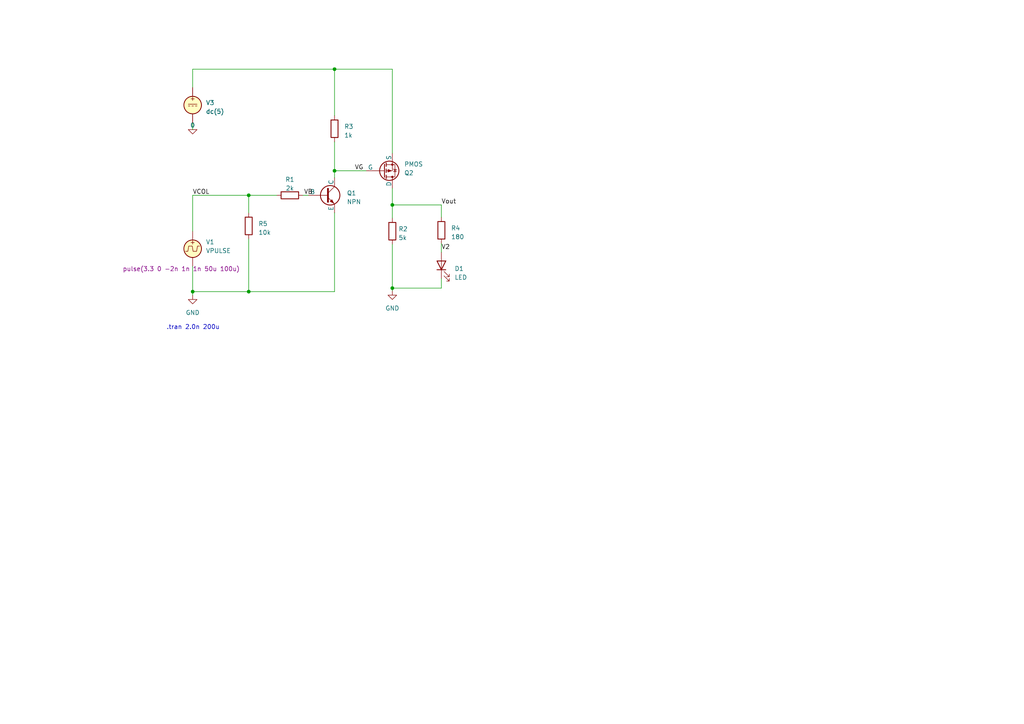
<source format=kicad_sch>
(kicad_sch (version 20230121) (generator eeschema)
  (paper "A4")
  (lib_symbols
    (symbol "Device:LED" (pin_numbers hide) (pin_names (offset 1.016) hide)
      (property "Reference" "D" (at 0 2.54 0))
      (property "Value" "LED" (at 0 -2.54 0))
      (symbol "LED_0_1"
        (polyline (pts (xy -1.27 -1.27) (xy -1.27 1.27)) (stroke (width 0.254)))
        (polyline (pts (xy -1.27 0) (xy 1.27 0)))
        (polyline (pts (xy 1.27 -1.27) (xy 1.27 1.27) (xy -1.27 0) (xy 1.27 -1.27)) (stroke (width 0.254)))
        (polyline (pts (xy -3.048 -0.762) (xy -4.572 -2.286) (xy -3.81 -2.286) (xy -4.572 -2.286) (xy -4.572 -1.524)))
        (polyline (pts (xy -1.778 -0.762) (xy -3.302 -2.286) (xy -2.54 -2.286) (xy -3.302 -2.286) (xy -3.302 -1.524)))
      )
      (symbol "LED_1_1"
        (pin passive line (at -3.81 0 0) (length 2.54) (name "K") (number "1"))
        (pin passive line (at 3.81 0 180) (length 2.54) (name "A") (number "2"))
      )
    )
    (symbol "Device:R" (pin_numbers hide) (pin_names (offset 0))
      (property "Reference" "R" (at 2.032 0 90))
      (property "Value" "R" (at 0 0 90))
      (symbol "R_0_1"
        (rectangle (start -1.016 -2.54) (end 1.016 2.54) (stroke (width 0.254)))
      )
      (symbol "R_1_1"
        (pin passive line (at 0 3.81 270) (length 1.27) (name "~") (number "1"))
        (pin passive line (at 0 -3.81 90) (length 1.27) (name "~") (number "2"))
      )
    )
    (symbol "Simulation_SPICE:0" (power) (pin_names (offset 0))
      (property "Value" "0" (at 0 -1.778 0))
      (symbol "0_0_1"
        (polyline (pts (xy -1.27 0) (xy 0 -1.27) (xy 1.27 0) (xy -1.27 0)))
      )
      (symbol "0_1_1"
        (pin power_in line (at 0 0 0) (length 0) hide (name "0") (number "1"))
      )
    )
    (symbol "Simulation_SPICE:NPN" (pin_numbers hide) (pin_names (offset 0))
      (property "Reference" "Q" (at -2.54 7.62 0))
      (property "Value" "NPN" (at -2.54 5.08 0))
      (symbol "NPN_0_1"
        (polyline (pts (xy -2.54 0) (xy 0.635 0)) (stroke (width 0.1524)))
        (polyline (pts (xy 0.635 0.635) (xy 2.54 2.54)))
        (polyline (pts (xy 2.794 -1.27) (xy 2.794 -1.27)) (stroke (width 0.1524)))
        (polyline (pts (xy 2.794 -1.27) (xy 2.794 -1.27)) (stroke (width 0.1524)))
        (polyline (pts (xy 0.635 -0.635) (xy 2.54 -2.54) (xy 2.54 -2.54)))
        (polyline (pts (xy 0.635 1.905) (xy 0.635 -1.905) (xy 0.635 -1.905)) (stroke (width 0.508)))
        (polyline (pts (xy 1.27 -1.778) (xy 1.778 -1.27) (xy 2.286 -2.286) (xy 1.27 -1.778) (xy 1.27 -1.778)) (fill (type outline)))
        (circle (center 1.27 0) (radius 2.8194) (stroke (width 0.254)))
      )
      (symbol "NPN_1_1"
        (pin open_collector line (at 2.54 5.08 270) (length 2.54) (name "C") (number "1"))
        (pin input line (at -5.08 0 0) (length 2.54) (name "B") (number "2"))
        (pin open_emitter line (at 2.54 -5.08 90) (length 2.54) (name "E") (number "3"))
      )
    )
    (symbol "Simulation_SPICE:PMOS" (pin_numbers hide) (pin_names (offset 0))
      (property "Reference" "Q" (at 5.08 1.27 0))
      (property "Value" "PMOS" (at 5.08 -1.27 0))
      (symbol "PMOS_0_1"
        (polyline (pts (xy 0.254 0) (xy -2.54 0)))
        (polyline (pts (xy 0.254 1.905) (xy 0.254 -1.905)) (stroke (width 0.254)))
        (polyline (pts (xy 0.762 -1.27) (xy 0.762 -2.286)) (stroke (width 0.254)))
        (polyline (pts (xy 0.762 0.508) (xy 0.762 -0.508)) (stroke (width 0.254)))
        (polyline (pts (xy 0.762 2.286) (xy 0.762 1.27)) (stroke (width 0.254)))
        (polyline (pts (xy 2.54 2.54) (xy 2.54 1.778)))
        (polyline (pts (xy 2.54 -2.54) (xy 2.54 0) (xy 0.762 0)))
        (polyline (pts (xy 0.762 1.778) (xy 3.302 1.778) (xy 3.302 -1.778) (xy 0.762 -1.778)))
        (polyline (pts (xy 2.286 0) (xy 1.27 0.381) (xy 1.27 -0.381) (xy 2.286 0)) (fill (type outline)))
        (polyline (pts (xy 2.794 -0.508) (xy 2.921 -0.381) (xy 3.683 -0.381) (xy 3.81 -0.254)))
        (polyline (pts (xy 3.302 -0.381) (xy 2.921 0.254) (xy 3.683 0.254) (xy 3.302 -0.381)))
        (circle (center 1.651 0) (radius 2.794) (stroke (width 0.254)))
        (circle (center 2.54 -1.778) (radius 0.254) (fill (type outline)))
        (circle (center 2.54 1.778) (radius 0.254) (fill (type outline)))
      )
      (symbol "PMOS_1_1"
        (pin passive line (at 2.54 5.08 270) (length 2.54) (name "D") (number "1"))
        (pin input line (at -5.08 0 0) (length 2.54) (name "G") (number "2"))
        (pin passive line (at 2.54 -5.08 90) (length 2.54) (name "S") (number "3"))
      )
    )
    (symbol "Simulation_SPICE:VDC" (pin_numbers hide) (pin_names (offset 0.0254))
      (property "Reference" "V" (at 2.54 2.54 0))
      (property "Value" "1" (at 2.54 0 0))
      (symbol "VDC_0_0"
        (polyline (pts (xy -1.27 0.254) (xy 1.27 0.254)))
        (polyline (pts (xy -0.762 -0.254) (xy -1.27 -0.254)))
        (polyline (pts (xy 0.254 -0.254) (xy -0.254 -0.254)))
        (polyline (pts (xy 1.27 -0.254) (xy 0.762 -0.254)))
        (text "+" (at 0 1.905 0) (effects (font (size 1.27 1.27))))
      )
      (symbol "VDC_0_1"
        (circle (center 0 0) (radius 2.54) (stroke (width 0.254)) (fill (type background)))
      )
      (symbol "VDC_1_1"
        (pin passive line (at 0 5.08 270) (length 2.54) (name "~") (number "1"))
        (pin passive line (at 0 -5.08 90) (length 2.54) (name "~") (number "2"))
      )
    )
    (symbol "Simulation_SPICE:VPULSE" (pin_numbers hide) (pin_names (offset 0.0254))
      (property "Reference" "V" (at 2.54 2.54 0))
      (property "Value" "VPULSE" (at 2.54 0 0))
      (property "Sim.Params" "y1=0 y2=1 td=2n tr=2n tf=2n tw=50n per=100n" (at 2.54 -2.54 0))
      (symbol "VPULSE_0_0"
        (polyline (pts (xy -2.032 -0.762) (xy -1.397 -0.762) (xy -1.143 0.762) (xy -0.127 0.762) (xy 0.127 -0.762) (xy 1.143 -0.762) (xy 1.397 0.762) (xy 2.032 0.762)))
        (text "+" (at 0 1.905 0) (effects (font (size 1.27 1.27))))
      )
      (symbol "VPULSE_0_1"
        (circle (center 0 0) (radius 2.54) (stroke (width 0.254)) (fill (type background)))
      )
      (symbol "VPULSE_1_1"
        (pin passive line (at 0 5.08 270) (length 2.54) (name "~") (number "1"))
        (pin passive line (at 0 -5.08 90) (length 2.54) (name "~") (number "2"))
      )
    )
    (symbol "power:GND" (power) (pin_names (offset 0))
      (property "Value" "GND" (at 0 -3.81 0))
      (symbol "GND_0_1"
        (polyline (pts (xy 0 0) (xy 0 -1.27) (xy 1.27 -1.27) (xy 0 -2.54) (xy -1.27 -1.27) (xy 0 -1.27)))
      )
      (symbol "GND_1_1"
        (pin power_in line (at 0 0 270) (length 0) hide (name "GND") (number "1"))
      )
    )
  )
  (junction (at 113.792 59.436))
  (junction (at 97.028 20.066))
  (junction (at 72.136 56.642))
  (junction (at 113.792 83.566))
  (junction (at 97.028 49.53))
  (junction (at 55.88 84.582))
  (junction (at 72.136 84.582))
  (wire (pts (xy 106.172 49.53) (xy 97.028 49.53)))
  (wire (pts (xy 55.88 84.582) (xy 55.88 85.598)))
  (wire (pts (xy 128.016 80.772) (xy 128.016 83.566)))
  (wire (pts (xy 128.016 59.436) (xy 128.016 62.992)))
  (wire (pts (xy 55.88 37.592) (xy 55.88 35.56)))
  (wire (pts (xy 113.792 83.566) (xy 113.792 84.328)))
  (wire (pts (xy 128.016 70.612) (xy 128.016 73.152)))
  (wire (pts (xy 72.136 69.342) (xy 72.136 84.582)))
  (wire (pts (xy 72.136 84.582) (xy 97.028 84.582)))
  (wire (pts (xy 97.028 49.53) (xy 97.028 51.562)))
  (wire (pts (xy 97.028 20.066) (xy 113.792 20.066)))
  (wire (pts (xy 55.88 77.216) (xy 55.88 84.582)))
  (wire (pts (xy 113.792 59.436) (xy 113.792 63.246)))
  (wire (pts (xy 55.88 56.642) (xy 55.88 67.056)))
  (wire (pts (xy 113.792 59.436) (xy 128.016 59.436)))
  (wire (pts (xy 97.028 49.53) (xy 97.028 41.148)))
  (wire (pts (xy 72.136 56.642) (xy 72.136 61.722)))
  (wire (pts (xy 113.792 20.066) (xy 113.792 44.45)))
  (wire (pts (xy 87.884 56.642) (xy 89.408 56.642)))
  (wire (pts (xy 97.028 84.582) (xy 97.028 61.722)))
  (wire (pts (xy 55.88 25.4) (xy 55.88 20.066)))
  (wire (pts (xy 113.792 54.61) (xy 113.792 59.436)))
  (wire (pts (xy 72.136 56.642) (xy 80.264 56.642)))
  (wire (pts (xy 55.88 20.066) (xy 97.028 20.066)))
  (wire (pts (xy 128.016 83.566) (xy 113.792 83.566)))
  (wire (pts (xy 55.88 56.642) (xy 72.136 56.642)))
  (wire (pts (xy 55.88 84.582) (xy 72.136 84.582)))
  (wire (pts (xy 113.792 70.866) (xy 113.792 83.566)))
  (wire (pts (xy 97.028 33.528) (xy 97.028 20.066)))
  (text ".tran 2.0n 200u" (at 48.26 95.758 0) (effects (font (size 1.27 1.27)) (justify left bottom)))
  (label "Vout" (at 128.016 59.436 0))
  (label "VG" (at 102.87 49.53 0))
  (label "VB" (at 88.138 56.642 0))
  (label "V2" (at 128.016 72.644 0))
  (label "VCOL" (at 55.88 56.642 0))
  (symbol (lib_id "Device:R") (at 113.792 67.056 180) (unit 1)
    (property "Reference" "R2" (at 115.57 66.421 0) (effects (justify right)))
    (property "Value" "5k" (at 115.57 68.961 0) (effects (justify right)))
  )
  (symbol (lib_id "Device:R") (at 72.136 65.532 180) (unit 1)
    (property "Reference" "R5" (at 74.93 64.897 0) (effects (justify right)))
    (property "Value" "10k" (at 74.93 67.437 0) (effects (justify right)))
  )
  (symbol (lib_id "Simulation_SPICE:PMOS") (at 111.252 49.53 0) (mirror x) (unit 1)
    (property "Reference" "Q2" (at 117.221 50.165 0) (effects (justify left)))
    (property "Value" "PMOS" (at 117.221 47.625 0) (effects (justify left)))
    (property "Datasheet" "https://ngspice.sourceforge.io/docs/ngspice-manual.pdf" (effects hide))
    (property "Sim.Device" "SUBCKT" (effects hide))
    (property "Sim.Pins" "1=10 2=20 3=30" (effects hide))
    (property "Sim.Library" "DMC2400UV.spice.txt" (effects hide))
    (property "Sim.Name" "DMC2400UV_PMOS" (effects hide))
  )
  (symbol (lib_id "Device:R") (at 84.074 56.642 90) (unit 1)
    (property "Reference" "R1" (at 84.074 52.07 90))
    (property "Value" "2k" (at 84.074 54.61 90))
  )
  (symbol (lib_id "Device:R") (at 97.028 37.338 0) (unit 1)
    (property "Reference" "R3" (at 99.822 36.703 0) (effects (justify left)))
    (property "Value" "1k" (at 99.822 39.243 0) (effects (justify left)))
  )
  (symbol (lib_id "power:GND") (at 113.792 84.328 0) (unit 1)
    (property "Reference" "#PWR02" (effects hide))
    (property "Value" "GND" (at 113.792 89.408 0))
  )
  (symbol (lib_id "Simulation_SPICE:0") (at 55.88 37.592 0) (unit 1)
    (property "Reference" "#GND02" (effects hide))
    (property "Value" "0" (at 55.88 36.322 0))
  )
  (symbol (lib_id "Device:R") (at 128.016 66.802 0) (unit 1)
    (property "Reference" "R4" (at 130.81 66.167 0) (effects (justify left)))
    (property "Value" "180" (at 130.81 68.707 0) (effects (justify left)))
  )
  (symbol (lib_id "Simulation_SPICE:VDC") (at 55.88 30.48 0) (unit 1)
    (property "Reference" "V3" (at 59.69 29.8092 0) (effects (justify left)))
    (property "Value" "dc(5)" (at 59.69 32.3492 0) (effects (justify left)))
    (property "Sim.Pins" "1=+ 2=-" (effects hide))
    (property "Sim.Type" "DC" (effects hide))
    (property "Sim.Device" "V" (effects hide))
  )
  (symbol (lib_id "Simulation_SPICE:VPULSE") (at 55.88 72.136 0) (unit 1)
    (property "Reference" "V1" (at 59.69 70.1952 0) (effects (justify left)))
    (property "Value" "VPULSE" (at 59.69 72.7352 0) (effects (justify left)))
    (property "Sim.Pins" "1=+ 2=-" (effects hide))
    (property "Sim.Type" "PULSE" (effects hide))
    (property "Sim.Device" "V" (effects hide))
    (property "Sim.Params" "pulse(3.3 0 -2n 1n 1n 50u 100u)" (at 35.56 77.978 0) (effects (justify left)))
  )
  (symbol (lib_id "power:GND") (at 55.88 85.598 0) (unit 1)
    (property "Reference" "#PWR01" (effects hide))
    (property "Value" "GND" (at 55.88 90.678 0))
  )
  (symbol (lib_id "Simulation_SPICE:NPN") (at 94.488 56.642 0) (unit 1)
    (property "Reference" "Q1" (at 100.584 56.007 0) (effects (justify left)))
    (property "Value" "NPN" (at 100.584 58.547 0) (effects (justify left)))
    (property "Sim.Device" "NPN" (effects hide))
    (property "Sim.Type" "GUMMELPOON" (effects hide))
    (property "Sim.Pins" "1=C 2=B 3=E" (effects hide))
  )
  (symbol (lib_id "Device:LED") (at 128.016 76.962 90) (unit 1)
    (property "Reference" "D1" (at 131.826 77.9145 90) (effects (justify right)))
    (property "Value" "LED" (at 131.826 80.4545 90) (effects (justify right)))
    (property "Sim.Library" "led.lib" (effects hide))
    (property "Sim.Name" "LED1" (effects hide))
    (property "Sim.Device" "D" (effects hide))
    (property "Sim.Pins" "1=K 2=A" (effects hide))
  )
)
</source>
